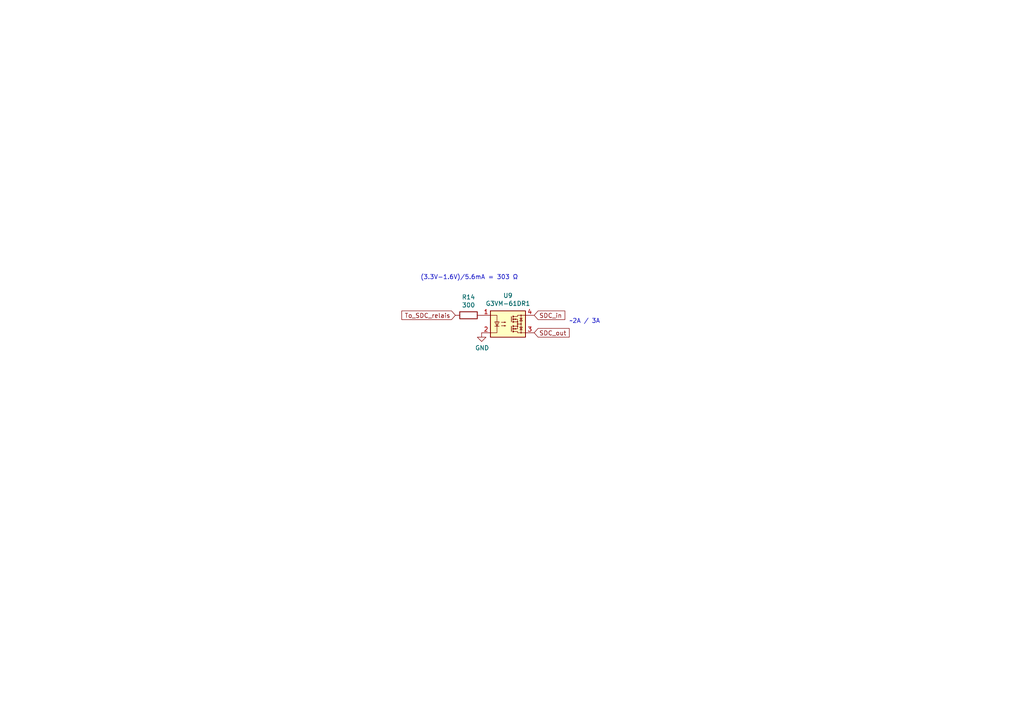
<source format=kicad_sch>
(kicad_sch (version 20211123) (generator eeschema)
  (paper "A4")
  (title_block (title "SDCL - SDC  Relay") (date "2021-12-16") (rev "v1.0") (company "FaSTTUBe - Formula Student Team TU Berlin") (comment 1 "Car 113") (comment 2 "EBS Electronics") (comment 3 "Solid-State relay switching the SDC right before TSMS"))
  (lib_symbols
    (symbol "Device:R" (pin_numbers hide) (pin_names (offset 0))
      (property "Reference" "R" (at 2.032 0 90))
      (property "Value" "R" (at 0 0 90))
      (symbol "R_0_1"
        (rectangle (start -1.016 -2.54) (end 1.016 2.54) (stroke (width 0.254)))
      )
      (symbol "R_1_1"
        (pin passive line (at 0 3.81 270) (length 1.27) (name "~") (number "1"))
        (pin passive line (at 0 -3.81 90) (length 1.27) (name "~") (number "2"))
      )
    )
    (symbol "Relay_SolidState:CPC1017N"
      (property "Reference" "U" (at -5.08 5.08 0))
      (property "Value" "CPC1017N" (at 0 5.08 0))
      (symbol "CPC1017N_0_1"
        (rectangle (start -5.08 3.81) (end 5.08 -3.81) (stroke (width 0.254)) (fill (type background)))
        (polyline (pts (xy -3.81 -0.635) (xy -2.54 -0.635)))
        (polyline (pts (xy 1.016 -0.635) (xy 1.016 -2.159)) (stroke (width 0.2032)))
        (polyline (pts (xy 1.016 2.159) (xy 1.016 0.635)) (stroke (width 0.2032)))
        (polyline (pts (xy 1.524 -0.508) (xy 1.524 -0.762)) (stroke (width 0.3556)))
        (polyline (pts (xy 2.794 0) (xy 3.81 0)))
        (polyline (pts (xy 3.429 -1.651) (xy 4.191 -1.651)))
        (polyline (pts (xy 3.429 1.651) (xy 4.191 1.651)))
        (polyline (pts (xy 3.81 -2.54) (xy 3.81 2.54)))
        (polyline (pts (xy 1.524 -2.032) (xy 1.524 -2.286) (xy 1.524 -2.286)) (stroke (width 0.3556)))
        (polyline (pts (xy 1.524 -1.27) (xy 1.524 -1.524) (xy 1.524 -1.524)) (stroke (width 0.3556)))
        (polyline (pts (xy 1.524 0.762) (xy 1.524 0.508) (xy 1.524 0.508)) (stroke (width 0.3556)))
        (polyline (pts (xy 1.524 1.524) (xy 1.524 1.27) (xy 1.524 1.27)) (stroke (width 0.3556)))
        (polyline (pts (xy 1.524 2.286) (xy 1.524 2.032) (xy 1.524 2.032)) (stroke (width 0.3556)))
        (polyline (pts (xy 1.651 -1.397) (xy 2.794 -1.397) (xy 2.794 -0.635)))
        (polyline (pts (xy 1.651 1.397) (xy 2.794 1.397) (xy 2.794 0.635)))
        (polyline (pts (xy -5.08 2.54) (xy -3.175 2.54) (xy -3.175 -2.54) (xy -5.08 -2.54)))
        (polyline (pts (xy -3.175 -0.635) (xy -3.81 0.635) (xy -2.54 0.635) (xy -3.175 -0.635)))
        (polyline (pts (xy 1.651 -2.159) (xy 2.794 -2.159) (xy 2.794 -2.54) (xy 5.08 -2.54)))
        (polyline (pts (xy 1.651 -0.635) (xy 2.794 -0.635) (xy 2.794 0.635) (xy 1.651 0.635)))
        (polyline (pts (xy 1.651 2.159) (xy 2.794 2.159) (xy 2.794 2.54) (xy 5.08 2.54)))
        (polyline (pts (xy 1.778 -1.397) (xy 2.286 -1.27) (xy 2.286 -1.524) (xy 1.778 -1.397)))
        (polyline (pts (xy 1.778 1.397) (xy 2.286 1.524) (xy 2.286 1.27) (xy 1.778 1.397)))
        (polyline (pts (xy 3.81 -1.651) (xy 3.429 -0.889) (xy 4.191 -0.889) (xy 3.81 -1.651)))
        (polyline (pts (xy 3.81 1.651) (xy 3.429 0.889) (xy 4.191 0.889) (xy 3.81 1.651)))
        (polyline (pts (xy -1.905 -0.508) (xy -0.635 -0.508) (xy -1.016 -0.635) (xy -1.016 -0.381) (xy -0.635 -0.508)))
        (polyline (pts (xy -1.905 0.508) (xy -0.635 0.508) (xy -1.016 0.381) (xy -1.016 0.635) (xy -0.635 0.508)))
        (circle (center 2.794 -0.635) (radius 0.127))
        (circle (center 2.794 0) (radius 0.127))
        (circle (center 2.794 0.635) (radius 0.127))
        (circle (center 3.81 -2.54) (radius 0.127))
        (circle (center 3.81 0) (radius 0.127))
        (circle (center 3.81 2.54) (radius 0.127))
      )
      (symbol "CPC1017N_1_1"
        (pin passive line (at -7.62 2.54 0) (length 2.54) (name "~") (number "1"))
        (pin passive line (at -7.62 -2.54 0) (length 2.54) (name "~") (number "2"))
        (pin passive line (at 7.62 -2.54 180) (length 2.54) (name "~") (number "3"))
        (pin passive line (at 7.62 2.54 180) (length 2.54) (name "~") (number "4"))
      )
    )
    (symbol "power:GND" (power) (pin_names (offset 0))
      (property "Value" "GND" (at 0 -3.81 0))
      (symbol "GND_0_1"
        (polyline (pts (xy 0 0) (xy 0 -1.27) (xy 1.27 -1.27) (xy 0 -2.54) (xy -1.27 -1.27) (xy 0 -1.27)))
      )
      (symbol "GND_1_1"
        (pin power_in line (at 0 0 270) (length 0) hide (name "GND") (number "1"))
      )
    )
  )
  (text "~2A / 3A" (at 165.1 93.98 0) (effects (font (size 1.27 1.27)) (justify left bottom)))
  (text "(3.3V−1.6V)/5.6mA = 303 Ω" (at 121.92 81.28 0) (effects (font (size 1.27 1.27)) (justify left bottom)))
  (global_label "SDC_in" (shape input) (at 154.94 91.44 0) (property "Intersheet References" "${INTERSHEET_REFS}" (effects hide)))
  (global_label "SDC_out" (shape input) (at 154.94 96.52 0) (property "Intersheet References" "${INTERSHEET_REFS}" (effects hide)))
  (global_label "To_SDC_relais" (shape input) (at 132.08 91.44 180) (property "Intersheet References" "${INTERSHEET_REFS}" (effects hide)))
  (symbol (lib_id "power:GND") (at 139.7 96.52 0) (unit 1)
    (property "Reference" "#PWR0149" (effects hide))
    (property "Value" "GND" (at 139.827 100.9142 0))
  )
  (symbol (lib_id "Relay_SolidState:CPC1017N") (at 147.32 93.98 0) (unit 1)
    (property "Reference" "U9" (at 147.32 85.725 0))
    (property "Value" "G3VM-61DR1" (at 147.32 88.0364 0))
    (property "Footprint" "Package_DIP:DIP-4_W7.62mm_SMDSocket_SmallPads" (effects hide))
    (property "Datasheet" "http://www.ixysic.com/home/pdfs.nsf/www/CPC1017N.pdf/$file/CPC1017N.pdf" (effects hide))
  )
  (symbol (lib_id "Device:R") (at 135.89 91.44 90) (unit 1)
    (property "Reference" "R14" (at 135.89 86.1822 90))
    (property "Value" "300" (at 135.89 88.4936 90))
    (property "Footprint" "Resistor_SMD:R_0603_1608Metric_Pad1.05x0.95mm_HandSolder" (effects hide))
  )
)
</source>
